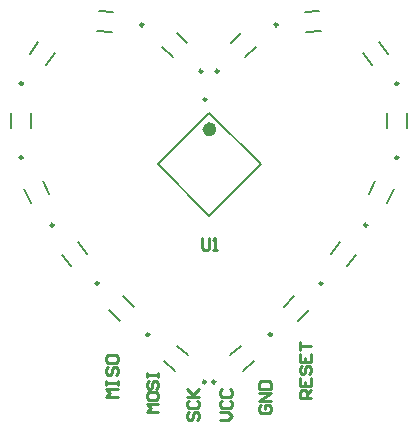
<source format=gto>
G04*
G04 #@! TF.GenerationSoftware,Altium Limited,Altium Designer,25.0.2 (28)*
G04*
G04 Layer_Color=65535*
%FSLAX44Y44*%
%MOMM*%
G71*
G04*
G04 #@! TF.SameCoordinates,16F35CEF-FA67-4110-AEDA-BA59390F761F*
G04*
G04*
G04 #@! TF.FilePolarity,Positive*
G04*
G01*
G75*
%ADD10C,0.6000*%
%ADD11C,0.2500*%
%ADD12C,0.2000*%
%ADD13C,0.2540*%
D10*
X1331420Y838688D02*
G03*
X1331420Y838688I-3000J0D01*
G01*
D11*
X1325958Y863968D02*
G03*
X1325958Y863968I-1250J0D01*
G01*
X1333311Y624913D02*
G03*
X1333311Y624913I-1250J0D01*
G01*
X1277347Y664903D02*
G03*
X1277347Y664903I-1250J0D01*
G01*
X1325189Y624913D02*
G03*
X1325189Y624913I-1250J0D01*
G01*
X1196457Y757678D02*
G03*
X1196457Y757678I-1250J0D01*
G01*
X1234489Y708375D02*
G03*
X1234489Y708375I-1250J0D01*
G01*
X1170326Y877402D02*
G03*
X1170326Y877402I-1250J0D01*
G01*
X1488174D02*
G03*
X1488174Y877402I-1250J0D01*
G01*
X1272381Y927276D02*
G03*
X1272381Y927276I-1250J0D01*
G01*
X1170250Y814750D02*
G03*
X1170250Y814750I-1250J0D01*
G01*
X1462043Y757678D02*
G03*
X1462043Y757678I-1250J0D01*
G01*
X1381153Y664903D02*
G03*
X1381153Y664903I-1250J0D01*
G01*
X1424011Y708375D02*
G03*
X1424011Y708375I-1250J0D01*
G01*
X1336153Y887903D02*
G03*
X1336153Y887903I-1250J0D01*
G01*
X1488250Y814750D02*
G03*
X1488250Y814750I-1250J0D01*
G01*
X1386119Y927276D02*
G03*
X1386119Y927276I-1250J0D01*
G01*
X1322347Y887903D02*
G03*
X1322347Y887903I-1250J0D01*
G01*
D12*
X1284580Y808990D02*
X1328420Y765150D01*
Y852830D02*
X1372260Y808990D01*
X1328420Y765150D02*
X1372260Y808990D01*
X1284580D02*
X1328420Y852830D01*
X1356676Y634471D02*
X1366251Y642506D01*
X1345748Y647494D02*
X1355324Y655529D01*
X1255591Y697430D02*
X1264430Y688591D01*
X1243570Y685409D02*
X1252409Y676570D01*
X1300676Y655529D02*
X1310251Y647494D01*
X1289749Y642506D02*
X1299324Y634471D01*
X1187062Y795257D02*
X1192345Y783928D01*
X1171655Y788072D02*
X1176938Y776743D01*
X1216851Y743158D02*
X1224546Y733308D01*
X1203454Y732692D02*
X1211150Y722842D01*
X1190378Y893005D02*
X1197548Y903244D01*
X1176452Y902756D02*
X1183622Y912995D01*
X1472378D02*
X1479547Y902756D01*
X1458452Y903244D02*
X1465622Y893005D01*
X1234515Y939013D02*
X1246967Y937923D01*
X1233033Y922077D02*
X1245485Y920988D01*
X1177500Y839750D02*
Y852250D01*
X1160500Y839750D02*
Y852250D01*
X1479062Y776743D02*
X1484345Y788072D01*
X1463655Y783928D02*
X1468938Y795257D01*
X1403591Y676570D02*
X1412430Y685409D01*
X1391570Y688591D02*
X1400409Y697430D01*
X1444850Y722842D02*
X1452546Y732692D01*
X1431454Y733308D02*
X1439150Y743158D01*
X1358591Y899570D02*
X1367430Y908409D01*
X1346570Y911591D02*
X1355409Y920430D01*
X1495500Y839750D02*
Y852250D01*
X1478500Y839750D02*
Y852250D01*
X1410515Y920988D02*
X1422967Y922077D01*
X1409033Y937923D02*
X1421486Y939013D01*
X1300591Y920430D02*
X1309430Y911591D01*
X1288570Y908409D02*
X1297409Y899570D01*
D13*
X1337392Y592461D02*
X1344056D01*
X1347388Y595793D01*
X1344056Y599126D01*
X1337392D01*
X1339058Y609122D02*
X1337392Y607456D01*
Y604124D01*
X1339058Y602458D01*
X1345722D01*
X1347388Y604124D01*
Y607456D01*
X1345722Y609122D01*
X1339058Y619119D02*
X1337392Y617453D01*
Y614121D01*
X1339058Y612454D01*
X1345722D01*
X1347388Y614121D01*
Y617453D01*
X1345722Y619119D01*
X1321756Y746678D02*
Y738348D01*
X1323422Y736682D01*
X1326754D01*
X1328420Y738348D01*
Y746678D01*
X1331752Y736682D02*
X1335085D01*
X1333418D01*
Y746678D01*
X1331752Y745012D01*
X1311118Y599126D02*
X1309452Y597459D01*
Y594127D01*
X1311118Y592461D01*
X1312784D01*
X1314450Y594127D01*
Y597459D01*
X1316116Y599126D01*
X1317782D01*
X1319448Y597459D01*
Y594127D01*
X1317782Y592461D01*
X1311118Y609122D02*
X1309452Y607456D01*
Y604124D01*
X1311118Y602458D01*
X1317782D01*
X1319448Y604124D01*
Y607456D01*
X1317782Y609122D01*
X1309452Y612454D02*
X1319448D01*
X1316116D01*
X1309452Y619119D01*
X1314450Y614121D01*
X1319448Y619119D01*
X1414698Y611674D02*
X1404702D01*
Y616673D01*
X1406368Y618339D01*
X1409700D01*
X1411366Y616673D01*
Y611674D01*
Y615006D02*
X1414698Y618339D01*
X1404702Y628335D02*
Y621671D01*
X1414698D01*
Y628335D01*
X1409700Y621671D02*
Y625003D01*
X1406368Y638332D02*
X1404702Y636666D01*
Y633334D01*
X1406368Y631668D01*
X1408034D01*
X1409700Y633334D01*
Y636666D01*
X1411366Y638332D01*
X1413032D01*
X1414698Y636666D01*
Y633334D01*
X1413032Y631668D01*
X1404702Y648329D02*
Y641665D01*
X1414698D01*
Y648329D01*
X1409700Y641665D02*
Y644997D01*
X1404702Y651661D02*
Y658326D01*
Y654994D01*
X1414698D01*
X1285158Y599289D02*
X1275162D01*
X1278494Y602621D01*
X1275162Y605953D01*
X1285158D01*
X1275162Y614284D02*
Y610952D01*
X1276828Y609286D01*
X1283492D01*
X1285158Y610952D01*
Y614284D01*
X1283492Y615950D01*
X1276828D01*
X1275162Y614284D01*
X1276828Y625947D02*
X1275162Y624281D01*
Y620948D01*
X1276828Y619282D01*
X1278494D01*
X1280160Y620948D01*
Y624281D01*
X1281826Y625947D01*
X1283492D01*
X1285158Y624281D01*
Y620948D01*
X1283492Y619282D01*
X1275162Y629279D02*
Y632611D01*
Y630945D01*
X1285158D01*
Y629279D01*
Y632611D01*
X1250868Y612426D02*
X1240872D01*
X1244204Y615758D01*
X1240872Y619090D01*
X1250868D01*
X1240872Y622422D02*
Y625755D01*
Y624089D01*
X1250868D01*
Y622422D01*
Y625755D01*
X1242538Y637417D02*
X1240872Y635751D01*
Y632419D01*
X1242538Y630753D01*
X1244204D01*
X1245870Y632419D01*
Y635751D01*
X1247536Y637417D01*
X1249202D01*
X1250868Y635751D01*
Y632419D01*
X1249202Y630753D01*
X1240872Y645748D02*
Y642416D01*
X1242538Y640750D01*
X1249202D01*
X1250868Y642416D01*
Y645748D01*
X1249202Y647414D01*
X1242538D01*
X1240872Y645748D01*
X1372078Y605476D02*
X1370412Y603809D01*
Y600477D01*
X1372078Y598811D01*
X1378742D01*
X1380408Y600477D01*
Y603809D01*
X1378742Y605476D01*
X1375410D01*
Y602143D01*
X1380408Y608808D02*
X1370412D01*
X1380408Y615472D01*
X1370412D01*
Y618805D02*
X1380408D01*
Y623803D01*
X1378742Y625469D01*
X1372078D01*
X1370412Y623803D01*
Y618805D01*
M02*

</source>
